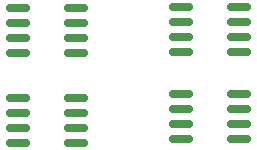
<source format=gbr>
%TF.GenerationSoftware,KiCad,Pcbnew,7.0.6*%
%TF.CreationDate,2023-10-15T16:26:04+03:00*%
%TF.ProjectId,MOSFET,4d4f5346-4554-42e6-9b69-6361645f7063,rev?*%
%TF.SameCoordinates,Original*%
%TF.FileFunction,Paste,Top*%
%TF.FilePolarity,Positive*%
%FSLAX46Y46*%
G04 Gerber Fmt 4.6, Leading zero omitted, Abs format (unit mm)*
G04 Created by KiCad (PCBNEW 7.0.6) date 2023-10-15 16:26:04*
%MOMM*%
%LPD*%
G01*
G04 APERTURE LIST*
G04 Aperture macros list*
%AMRoundRect*
0 Rectangle with rounded corners*
0 $1 Rounding radius*
0 $2 $3 $4 $5 $6 $7 $8 $9 X,Y pos of 4 corners*
0 Add a 4 corners polygon primitive as box body*
4,1,4,$2,$3,$4,$5,$6,$7,$8,$9,$2,$3,0*
0 Add four circle primitives for the rounded corners*
1,1,$1+$1,$2,$3*
1,1,$1+$1,$4,$5*
1,1,$1+$1,$6,$7*
1,1,$1+$1,$8,$9*
0 Add four rect primitives between the rounded corners*
20,1,$1+$1,$2,$3,$4,$5,0*
20,1,$1+$1,$4,$5,$6,$7,0*
20,1,$1+$1,$6,$7,$8,$9,0*
20,1,$1+$1,$8,$9,$2,$3,0*%
G04 Aperture macros list end*
%ADD10RoundRect,0.150000X0.825000X0.150000X-0.825000X0.150000X-0.825000X-0.150000X0.825000X-0.150000X0*%
G04 APERTURE END LIST*
D10*
%TO.C,Q4*%
X140750000Y-85405000D03*
X140750000Y-84135000D03*
X140750000Y-82865000D03*
X140750000Y-81595000D03*
X135800000Y-81595000D03*
X135800000Y-82865000D03*
X135800000Y-84135000D03*
X135800000Y-85405000D03*
%TD*%
%TO.C,Q3*%
X140725000Y-78020000D03*
X140725000Y-76750000D03*
X140725000Y-75480000D03*
X140725000Y-74210000D03*
X135775000Y-74210000D03*
X135775000Y-75480000D03*
X135775000Y-76750000D03*
X135775000Y-78020000D03*
%TD*%
%TO.C,Q2*%
X126935000Y-85725000D03*
X126935000Y-84455000D03*
X126935000Y-83185000D03*
X126935000Y-81915000D03*
X121985000Y-81915000D03*
X121985000Y-83185000D03*
X121985000Y-84455000D03*
X121985000Y-85725000D03*
%TD*%
%TO.C,Q1*%
X126935000Y-78105000D03*
X126935000Y-76835000D03*
X126935000Y-75565000D03*
X126935000Y-74295000D03*
X121985000Y-74295000D03*
X121985000Y-75565000D03*
X121985000Y-76835000D03*
X121985000Y-78105000D03*
%TD*%
M02*

</source>
